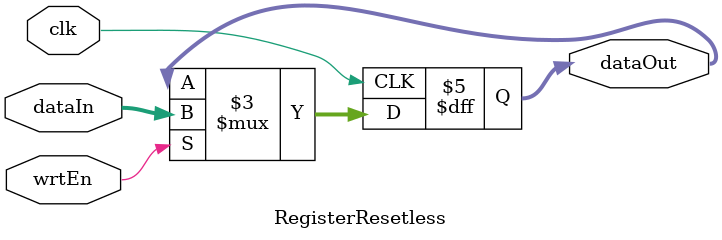
<source format=v>
module RegisterResetless(clk, wrtEn, dataIn, dataOut);
	parameter BIT_WIDTH = 32;
	
	input clk, wrtEn;
	input[BIT_WIDTH - 1: 0] dataIn;
	output[BIT_WIDTH - 1: 0] dataOut;
	reg[BIT_WIDTH - 1: 0] dataOut = {(BIT_WIDTH){1'b0}};

	always @(negedge clk) begin
		if (wrtEn)
			dataOut <= dataIn;
	end
	
endmodule
</source>
